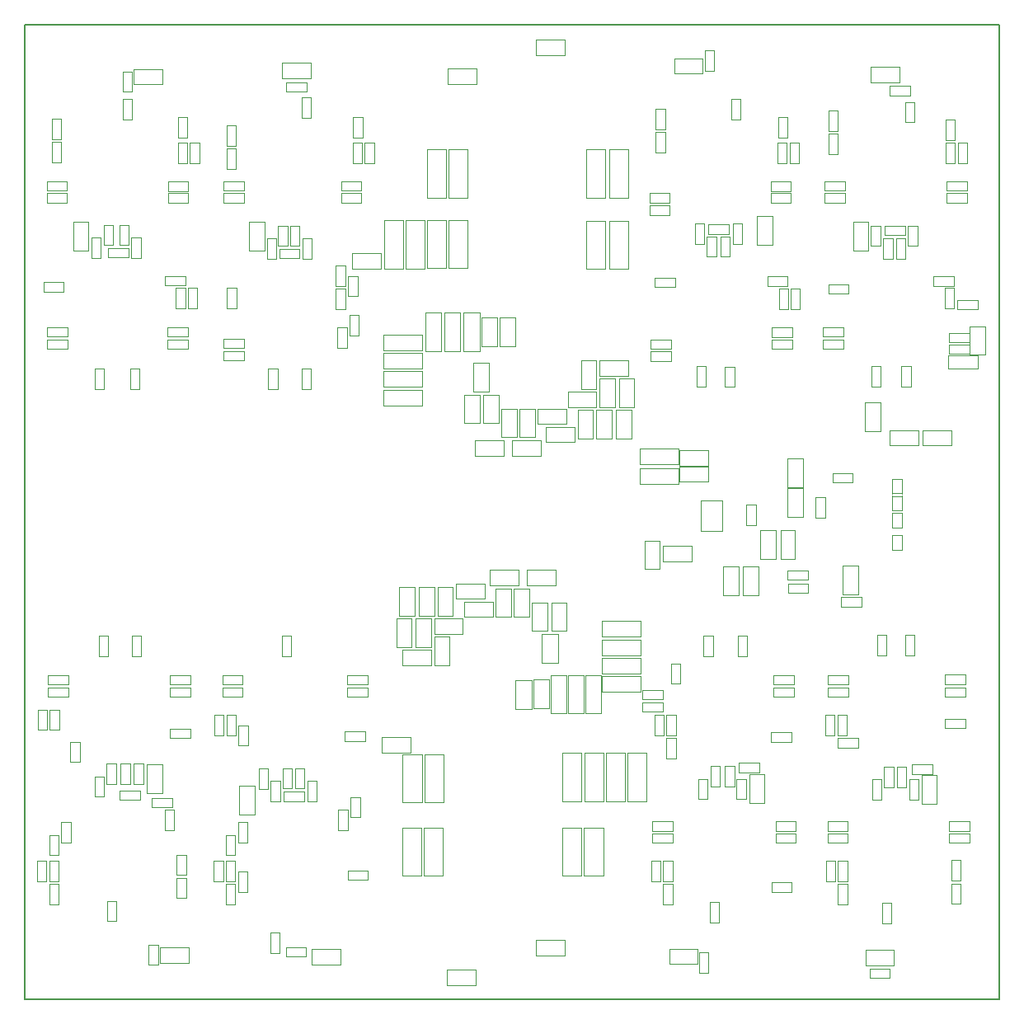
<source format=gbr>
G04 (created by PCBNEW (2013-05-16 BZR 4016)-stable) date 18. 1. 2014 1:37:03*
%MOIN*%
G04 Gerber Fmt 3.4, Leading zero omitted, Abs format*
%FSLAX34Y34*%
G01*
G70*
G90*
G04 APERTURE LIST*
%ADD10C,0.00590551*%
%ADD11C,0.002*%
G04 APERTURE END LIST*
G54D10*
X38779Y-61023D02*
X78149Y-61023D01*
X78149Y-61023D02*
X78149Y-21653D01*
X78149Y-21653D02*
X38779Y-21653D01*
X38779Y-21653D02*
X38779Y-61023D01*
G54D11*
X61464Y-28624D02*
X61464Y-26678D01*
X62238Y-26678D02*
X62238Y-28624D01*
X62238Y-28624D02*
X61464Y-28624D01*
X61464Y-26678D02*
X62238Y-26678D01*
X62389Y-28624D02*
X62389Y-26678D01*
X63163Y-26678D02*
X63163Y-28624D01*
X63163Y-28624D02*
X62389Y-28624D01*
X62389Y-26678D02*
X63163Y-26678D01*
X55892Y-28630D02*
X55892Y-26684D01*
X56666Y-26684D02*
X56666Y-28630D01*
X56666Y-28630D02*
X55892Y-28630D01*
X55892Y-26684D02*
X56666Y-26684D01*
X55026Y-28630D02*
X55026Y-26684D01*
X55800Y-26684D02*
X55800Y-28630D01*
X55800Y-28630D02*
X55026Y-28630D01*
X55026Y-26684D02*
X55800Y-26684D01*
X54933Y-29543D02*
X54933Y-31489D01*
X54159Y-31489D02*
X54159Y-29543D01*
X54159Y-29543D02*
X54933Y-29543D01*
X54933Y-31489D02*
X54159Y-31489D01*
X54067Y-29543D02*
X54067Y-31489D01*
X53293Y-31489D02*
X53293Y-29543D01*
X53293Y-29543D02*
X54067Y-29543D01*
X54067Y-31489D02*
X53293Y-31489D01*
X63138Y-53032D02*
X63138Y-51086D01*
X63912Y-51086D02*
X63912Y-53032D01*
X63912Y-53032D02*
X63138Y-53032D01*
X63138Y-51086D02*
X63912Y-51086D01*
X62255Y-53029D02*
X62255Y-51083D01*
X63029Y-51083D02*
X63029Y-53029D01*
X63029Y-53029D02*
X62255Y-53029D01*
X62255Y-51083D02*
X63029Y-51083D01*
X55680Y-54100D02*
X55680Y-56046D01*
X54906Y-56046D02*
X54906Y-54100D01*
X54906Y-54100D02*
X55680Y-54100D01*
X55680Y-56046D02*
X54906Y-56046D01*
X54803Y-54099D02*
X54803Y-56045D01*
X54029Y-56045D02*
X54029Y-54099D01*
X54029Y-54099D02*
X54803Y-54099D01*
X54803Y-56045D02*
X54029Y-56045D01*
X61269Y-54093D02*
X61269Y-56039D01*
X60495Y-56039D02*
X60495Y-54093D01*
X60495Y-54093D02*
X61269Y-54093D01*
X61269Y-56039D02*
X60495Y-56039D01*
X62151Y-54095D02*
X62151Y-56041D01*
X61377Y-56041D02*
X61377Y-54095D01*
X61377Y-54095D02*
X62151Y-54095D01*
X62151Y-56041D02*
X61377Y-56041D01*
X60227Y-44314D02*
X59069Y-44314D01*
X59069Y-44314D02*
X59069Y-43677D01*
X59078Y-43677D02*
X60236Y-43677D01*
X60236Y-43677D02*
X60236Y-44314D01*
X53906Y-45525D02*
X53906Y-44367D01*
X53906Y-44367D02*
X54543Y-44367D01*
X54543Y-44376D02*
X54543Y-45534D01*
X54543Y-45534D02*
X53906Y-45534D01*
X60316Y-46267D02*
X60316Y-47425D01*
X60316Y-47425D02*
X59679Y-47425D01*
X59679Y-47415D02*
X59679Y-46257D01*
X59679Y-46257D02*
X60316Y-46257D01*
X55336Y-44377D02*
X55336Y-45535D01*
X55336Y-45535D02*
X54699Y-45535D01*
X54699Y-45525D02*
X54699Y-44367D01*
X54699Y-44367D02*
X55336Y-44367D01*
X55197Y-47554D02*
X54039Y-47554D01*
X54039Y-47554D02*
X54039Y-46917D01*
X54048Y-46917D02*
X55206Y-46917D01*
X55206Y-46917D02*
X55206Y-47554D01*
X55196Y-45657D02*
X55196Y-46815D01*
X55196Y-46815D02*
X54559Y-46815D01*
X54559Y-46805D02*
X54559Y-45647D01*
X54559Y-45647D02*
X55196Y-45647D01*
X60049Y-46155D02*
X60049Y-44997D01*
X60049Y-44997D02*
X60666Y-44997D01*
X60666Y-44997D02*
X60666Y-46155D01*
X60666Y-46155D02*
X60049Y-46155D01*
X56076Y-44367D02*
X56076Y-45525D01*
X56076Y-45525D02*
X55459Y-45525D01*
X55459Y-45525D02*
X55459Y-44367D01*
X55459Y-44367D02*
X56076Y-44367D01*
X59886Y-44997D02*
X59886Y-46155D01*
X59886Y-46155D02*
X59269Y-46155D01*
X59269Y-46155D02*
X59269Y-44997D01*
X59269Y-44997D02*
X59886Y-44997D01*
X55319Y-45647D02*
X56477Y-45647D01*
X56477Y-45647D02*
X56477Y-46264D01*
X56477Y-46264D02*
X55319Y-46264D01*
X55319Y-46264D02*
X55319Y-45647D01*
X56529Y-44967D02*
X57687Y-44967D01*
X57687Y-44967D02*
X57687Y-45584D01*
X57687Y-45584D02*
X56529Y-45584D01*
X56529Y-45584D02*
X56529Y-44967D01*
X55946Y-46377D02*
X55946Y-47535D01*
X55946Y-47535D02*
X55329Y-47535D01*
X55329Y-47535D02*
X55329Y-46377D01*
X55329Y-46377D02*
X55946Y-46377D01*
X57569Y-43687D02*
X58727Y-43687D01*
X58727Y-43687D02*
X58727Y-44304D01*
X58727Y-44304D02*
X57569Y-44304D01*
X57569Y-44304D02*
X57569Y-43687D01*
X54408Y-45655D02*
X54408Y-46813D01*
X54408Y-46813D02*
X53791Y-46813D01*
X53791Y-46813D02*
X53791Y-45655D01*
X53791Y-45655D02*
X54408Y-45655D01*
X58539Y-45585D02*
X58539Y-44427D01*
X58539Y-44427D02*
X59156Y-44427D01*
X59156Y-44427D02*
X59156Y-45585D01*
X59156Y-45585D02*
X58539Y-45585D01*
X58426Y-44427D02*
X58426Y-45585D01*
X58426Y-45585D02*
X57809Y-45585D01*
X57809Y-45585D02*
X57809Y-44427D01*
X57809Y-44427D02*
X58426Y-44427D01*
X55800Y-29538D02*
X55800Y-31484D01*
X55026Y-31484D02*
X55026Y-29538D01*
X55026Y-29538D02*
X55800Y-29538D01*
X55800Y-31484D02*
X55026Y-31484D01*
X59441Y-22231D02*
X60599Y-22231D01*
X60599Y-22231D02*
X60599Y-22868D01*
X60589Y-22868D02*
X59431Y-22868D01*
X59431Y-22868D02*
X59431Y-22231D01*
X56666Y-29538D02*
X56666Y-31484D01*
X55892Y-31484D02*
X55892Y-29538D01*
X55892Y-29538D02*
X56666Y-29538D01*
X56666Y-31484D02*
X55892Y-31484D01*
X62237Y-29558D02*
X62237Y-31504D01*
X61463Y-31504D02*
X61463Y-29558D01*
X61463Y-29558D02*
X62237Y-29558D01*
X62237Y-31504D02*
X61463Y-31504D01*
X63162Y-29558D02*
X63162Y-31504D01*
X62388Y-31504D02*
X62388Y-29558D01*
X62388Y-29558D02*
X63162Y-29558D01*
X63162Y-31504D02*
X62388Y-31504D01*
X60498Y-53029D02*
X60498Y-51083D01*
X61272Y-51083D02*
X61272Y-53029D01*
X61272Y-53029D02*
X60498Y-53029D01*
X60498Y-51083D02*
X61272Y-51083D01*
X61381Y-53032D02*
X61381Y-51086D01*
X62155Y-51086D02*
X62155Y-53032D01*
X62155Y-53032D02*
X61381Y-53032D01*
X61381Y-51086D02*
X62155Y-51086D01*
X54920Y-53081D02*
X54920Y-51135D01*
X55694Y-51135D02*
X55694Y-53081D01*
X55694Y-53081D02*
X54920Y-53081D01*
X54920Y-51135D02*
X55694Y-51135D01*
X54042Y-53079D02*
X54042Y-51133D01*
X54816Y-51133D02*
X54816Y-53079D01*
X54816Y-53079D02*
X54042Y-53079D01*
X54042Y-51133D02*
X54816Y-51133D01*
X74215Y-41377D02*
X74215Y-41968D01*
X74215Y-41966D02*
X73835Y-41966D01*
X73835Y-41968D02*
X73835Y-41377D01*
X73835Y-41379D02*
X74215Y-41379D01*
X74215Y-40688D02*
X74215Y-41279D01*
X74215Y-41277D02*
X73835Y-41277D01*
X73835Y-41279D02*
X73835Y-40688D01*
X73835Y-40690D02*
X74215Y-40690D01*
X74225Y-42283D02*
X74225Y-42874D01*
X74225Y-42872D02*
X73845Y-42872D01*
X73845Y-42874D02*
X73845Y-42283D01*
X73845Y-42285D02*
X74225Y-42285D01*
X74215Y-40000D02*
X74215Y-40590D01*
X74215Y-40588D02*
X73835Y-40588D01*
X73835Y-40590D02*
X73835Y-40000D01*
X73835Y-40001D02*
X74215Y-40001D01*
X69894Y-42058D02*
X69894Y-43216D01*
X69894Y-43226D02*
X69337Y-43226D01*
X69337Y-43226D02*
X69337Y-42068D01*
X69337Y-42058D02*
X69894Y-42058D01*
X76113Y-34996D02*
X77271Y-34996D01*
X77281Y-34996D02*
X77281Y-35554D01*
X77281Y-35554D02*
X76123Y-35554D01*
X76113Y-35554D02*
X76113Y-34996D01*
X66099Y-42114D02*
X66099Y-40857D01*
X66099Y-40857D02*
X66951Y-40857D01*
X66951Y-40867D02*
X66951Y-42104D01*
X66951Y-42114D02*
X66099Y-42114D01*
X44338Y-24048D02*
X43180Y-24048D01*
X43180Y-24048D02*
X43180Y-23431D01*
X43180Y-23431D02*
X44338Y-23431D01*
X44338Y-23431D02*
X44338Y-24048D01*
X50332Y-23802D02*
X49174Y-23802D01*
X49174Y-23802D02*
X49174Y-23185D01*
X49174Y-23185D02*
X50332Y-23185D01*
X50332Y-23185D02*
X50332Y-23802D01*
X48448Y-29617D02*
X48448Y-30775D01*
X48448Y-30775D02*
X47831Y-30775D01*
X47831Y-30775D02*
X47831Y-29617D01*
X47831Y-29617D02*
X48448Y-29617D01*
X41331Y-29598D02*
X41331Y-30756D01*
X41331Y-30756D02*
X40715Y-30756D01*
X40715Y-30756D02*
X40715Y-29598D01*
X40715Y-29598D02*
X41331Y-29598D01*
X43707Y-52695D02*
X43707Y-51537D01*
X43707Y-51537D02*
X44324Y-51537D01*
X44324Y-51537D02*
X44324Y-52695D01*
X44324Y-52695D02*
X43707Y-52695D01*
X47437Y-53571D02*
X47437Y-52413D01*
X47437Y-52413D02*
X48054Y-52413D01*
X48054Y-52413D02*
X48054Y-53571D01*
X48054Y-53571D02*
X47437Y-53571D01*
X45391Y-59570D02*
X44233Y-59570D01*
X44233Y-59570D02*
X44233Y-58953D01*
X44233Y-58953D02*
X45391Y-58953D01*
X45391Y-58953D02*
X45391Y-59570D01*
X51523Y-59629D02*
X50365Y-59629D01*
X50365Y-59629D02*
X50365Y-59012D01*
X50365Y-59012D02*
X51523Y-59012D01*
X51523Y-59012D02*
X51523Y-59629D01*
X64814Y-58992D02*
X65972Y-58992D01*
X65972Y-58992D02*
X65972Y-59609D01*
X65972Y-59609D02*
X64814Y-59609D01*
X64814Y-59609D02*
X64814Y-58992D01*
X72747Y-59051D02*
X73905Y-59051D01*
X73905Y-59051D02*
X73905Y-59668D01*
X73905Y-59668D02*
X72747Y-59668D01*
X72747Y-59668D02*
X72747Y-59051D01*
X68057Y-53108D02*
X68057Y-51950D01*
X68057Y-51950D02*
X68674Y-51950D01*
X68674Y-51950D02*
X68674Y-53108D01*
X68674Y-53108D02*
X68057Y-53108D01*
X75016Y-53138D02*
X75016Y-51980D01*
X75016Y-51980D02*
X75633Y-51980D01*
X75633Y-51980D02*
X75633Y-53138D01*
X75633Y-53138D02*
X75016Y-53138D01*
X68989Y-29381D02*
X68989Y-30539D01*
X68989Y-30539D02*
X68372Y-30539D01*
X68372Y-30539D02*
X68372Y-29381D01*
X68372Y-29381D02*
X68989Y-29381D01*
X72867Y-29598D02*
X72867Y-30756D01*
X72867Y-30756D02*
X72250Y-30756D01*
X72250Y-30756D02*
X72250Y-29598D01*
X72250Y-29598D02*
X72867Y-29598D01*
X65021Y-22998D02*
X66179Y-22998D01*
X66179Y-22998D02*
X66179Y-23615D01*
X66179Y-23615D02*
X65021Y-23615D01*
X65021Y-23615D02*
X65021Y-22998D01*
X72974Y-23353D02*
X74132Y-23353D01*
X74132Y-23353D02*
X74132Y-23969D01*
X74132Y-23969D02*
X72974Y-23969D01*
X72974Y-23969D02*
X72974Y-23353D01*
X58613Y-49281D02*
X58613Y-48123D01*
X58613Y-48123D02*
X59250Y-48123D01*
X59250Y-48132D02*
X59250Y-49290D01*
X59250Y-49290D02*
X58613Y-49290D01*
X57240Y-34634D02*
X57240Y-33476D01*
X57240Y-33476D02*
X57877Y-33476D01*
X57877Y-33485D02*
X57877Y-34643D01*
X57877Y-34643D02*
X57240Y-34643D01*
X58588Y-33486D02*
X58588Y-34644D01*
X58588Y-34644D02*
X57951Y-34644D01*
X57951Y-34634D02*
X57951Y-33476D01*
X57951Y-33476D02*
X58588Y-33476D01*
X57029Y-24038D02*
X55871Y-24038D01*
X55871Y-24038D02*
X55871Y-23401D01*
X55880Y-23401D02*
X57038Y-23401D01*
X57038Y-23401D02*
X57038Y-24038D01*
X56989Y-60463D02*
X55831Y-60463D01*
X55831Y-60463D02*
X55831Y-59826D01*
X55840Y-59826D02*
X56998Y-59826D01*
X56998Y-59826D02*
X56998Y-60463D01*
X59441Y-58641D02*
X60599Y-58641D01*
X60599Y-58641D02*
X60599Y-59278D01*
X60589Y-59278D02*
X59431Y-59278D01*
X59431Y-59278D02*
X59431Y-58641D01*
X66386Y-39491D02*
X65228Y-39491D01*
X65228Y-39491D02*
X65228Y-38855D01*
X65237Y-38855D02*
X66395Y-38855D01*
X66395Y-38855D02*
X66395Y-39491D01*
X66386Y-40101D02*
X65228Y-40101D01*
X65228Y-40101D02*
X65228Y-39465D01*
X65237Y-39465D02*
X66395Y-39465D01*
X66395Y-39465D02*
X66395Y-40101D01*
X64578Y-42693D02*
X65736Y-42693D01*
X65736Y-42693D02*
X65736Y-43329D01*
X65726Y-43329D02*
X64568Y-43329D01*
X64568Y-43329D02*
X64568Y-42693D01*
X59958Y-48127D02*
X59958Y-49285D01*
X59958Y-49285D02*
X59321Y-49285D01*
X59321Y-49275D02*
X59321Y-48117D01*
X59321Y-48117D02*
X59958Y-48117D01*
X52011Y-30871D02*
X53169Y-30871D01*
X53169Y-30871D02*
X53169Y-31508D01*
X53159Y-31508D02*
X52001Y-31508D01*
X52001Y-31508D02*
X52001Y-30871D01*
X63633Y-39563D02*
X65185Y-39563D01*
X65185Y-40199D02*
X63633Y-40199D01*
X63633Y-40199D02*
X63633Y-39563D01*
X65185Y-39563D02*
X65185Y-40199D01*
X63633Y-38756D02*
X65185Y-38756D01*
X65185Y-39392D02*
X63633Y-39392D01*
X63633Y-39392D02*
X63633Y-38756D01*
X65185Y-38756D02*
X65185Y-39392D01*
X60665Y-47923D02*
X60665Y-49475D01*
X60028Y-49475D02*
X60028Y-47923D01*
X60028Y-47923D02*
X60665Y-47923D01*
X60665Y-49475D02*
X60028Y-49475D01*
X61372Y-47923D02*
X61372Y-49475D01*
X60735Y-49475D02*
X60735Y-47923D01*
X60735Y-47923D02*
X61372Y-47923D01*
X61372Y-49475D02*
X60735Y-49475D01*
X62072Y-47923D02*
X62072Y-49475D01*
X61435Y-49475D02*
X61435Y-47923D01*
X61435Y-47923D02*
X62072Y-47923D01*
X62072Y-49475D02*
X61435Y-49475D01*
X62104Y-47971D02*
X63656Y-47971D01*
X63656Y-48608D02*
X62104Y-48608D01*
X62104Y-48608D02*
X62104Y-47971D01*
X63656Y-47971D02*
X63656Y-48608D01*
X62105Y-47225D02*
X63657Y-47225D01*
X63657Y-47862D02*
X62105Y-47862D01*
X62105Y-47862D02*
X62105Y-47225D01*
X63657Y-47225D02*
X63657Y-47862D01*
X56511Y-34836D02*
X56511Y-33284D01*
X57148Y-33284D02*
X57148Y-34836D01*
X57148Y-34836D02*
X56511Y-34836D01*
X56511Y-33284D02*
X57148Y-33284D01*
X55741Y-34836D02*
X55741Y-33284D01*
X56378Y-33284D02*
X56378Y-34836D01*
X56378Y-34836D02*
X55741Y-34836D01*
X55741Y-33284D02*
X56378Y-33284D01*
X54971Y-34836D02*
X54971Y-33284D01*
X55608Y-33284D02*
X55608Y-34836D01*
X55608Y-34836D02*
X54971Y-34836D01*
X54971Y-33284D02*
X55608Y-33284D01*
X54831Y-34806D02*
X53279Y-34806D01*
X53279Y-34170D02*
X54831Y-34170D01*
X54831Y-34170D02*
X54831Y-34806D01*
X53279Y-34806D02*
X53279Y-34170D01*
X54826Y-35548D02*
X53274Y-35548D01*
X53274Y-34911D02*
X54826Y-34911D01*
X54826Y-34911D02*
X54826Y-35548D01*
X53274Y-35548D02*
X53274Y-34911D01*
X68418Y-43535D02*
X68418Y-44693D01*
X68418Y-44693D02*
X67801Y-44693D01*
X67801Y-44693D02*
X67801Y-43535D01*
X67801Y-43535D02*
X68418Y-43535D01*
X67621Y-43535D02*
X67621Y-44693D01*
X67621Y-44693D02*
X67004Y-44693D01*
X67004Y-44693D02*
X67004Y-43535D01*
X67004Y-43535D02*
X67621Y-43535D01*
X72453Y-43515D02*
X72453Y-44673D01*
X72453Y-44673D02*
X71837Y-44673D01*
X71837Y-44673D02*
X71837Y-43515D01*
X71837Y-43515D02*
X72453Y-43515D01*
X68510Y-43226D02*
X68510Y-42068D01*
X68510Y-42068D02*
X69127Y-42068D01*
X69127Y-42068D02*
X69127Y-43226D01*
X69127Y-43226D02*
X68510Y-43226D01*
X76975Y-34988D02*
X76975Y-33830D01*
X76975Y-33830D02*
X77591Y-33830D01*
X77591Y-33830D02*
X77591Y-34988D01*
X77591Y-34988D02*
X76975Y-34988D01*
X73359Y-36901D02*
X73359Y-38059D01*
X73359Y-38059D02*
X72742Y-38059D01*
X72742Y-38059D02*
X72742Y-36901D01*
X72742Y-36901D02*
X73359Y-36901D01*
X75070Y-38038D02*
X76228Y-38038D01*
X76228Y-38038D02*
X76228Y-38654D01*
X76228Y-38654D02*
X75070Y-38654D01*
X75070Y-38654D02*
X75070Y-38038D01*
X74890Y-38654D02*
X73732Y-38654D01*
X73732Y-38654D02*
X73732Y-38038D01*
X73732Y-38038D02*
X74890Y-38038D01*
X74890Y-38038D02*
X74890Y-38654D01*
X70219Y-39184D02*
X70219Y-40342D01*
X70219Y-40342D02*
X69603Y-40342D01*
X69603Y-40342D02*
X69603Y-39184D01*
X69603Y-39184D02*
X70219Y-39184D01*
X70219Y-40385D02*
X70219Y-41543D01*
X70219Y-41543D02*
X69603Y-41543D01*
X69603Y-41543D02*
X69603Y-40385D01*
X69603Y-40385D02*
X70219Y-40385D01*
X64442Y-42491D02*
X64442Y-43649D01*
X64442Y-43649D02*
X63825Y-43649D01*
X63825Y-43649D02*
X63825Y-42491D01*
X63825Y-42491D02*
X64442Y-42491D01*
X71119Y-40745D02*
X71119Y-41568D01*
X71119Y-41568D02*
X70739Y-41568D01*
X70739Y-41568D02*
X70739Y-40745D01*
X70739Y-40745D02*
X71119Y-40745D01*
X71773Y-44780D02*
X72596Y-44780D01*
X72596Y-44780D02*
X72596Y-45160D01*
X72596Y-45160D02*
X71773Y-45160D01*
X71773Y-45160D02*
X71773Y-44780D01*
X69617Y-44239D02*
X70441Y-44239D01*
X70441Y-44239D02*
X70441Y-44619D01*
X70441Y-44619D02*
X69617Y-44619D01*
X69617Y-44619D02*
X69617Y-44239D01*
X43556Y-51507D02*
X43556Y-52330D01*
X43556Y-52330D02*
X43176Y-52330D01*
X43176Y-52330D02*
X43176Y-51507D01*
X43176Y-51507D02*
X43556Y-51507D01*
X49233Y-52644D02*
X50057Y-52644D01*
X50057Y-52644D02*
X50057Y-53024D01*
X50057Y-53024D02*
X49233Y-53024D01*
X49233Y-53024D02*
X49233Y-52644D01*
X44156Y-58830D02*
X44156Y-59653D01*
X44156Y-59653D02*
X43776Y-59653D01*
X43776Y-59653D02*
X43776Y-58830D01*
X43776Y-58830D02*
X44156Y-58830D01*
X50145Y-59314D02*
X49322Y-59314D01*
X49322Y-59314D02*
X49322Y-58934D01*
X49322Y-58934D02*
X50145Y-58934D01*
X50145Y-58934D02*
X50145Y-59314D01*
X68462Y-51863D02*
X67639Y-51863D01*
X67639Y-51863D02*
X67639Y-51483D01*
X67639Y-51483D02*
X68462Y-51483D01*
X68462Y-51483D02*
X68462Y-51863D01*
X75460Y-51922D02*
X74637Y-51922D01*
X74637Y-51922D02*
X74637Y-51542D01*
X74637Y-51542D02*
X75460Y-51542D01*
X75460Y-51542D02*
X75460Y-51922D01*
X66410Y-59155D02*
X66410Y-59978D01*
X66410Y-59978D02*
X66030Y-59978D01*
X66030Y-59978D02*
X66030Y-59155D01*
X66030Y-59155D02*
X66410Y-59155D01*
X73738Y-60170D02*
X72915Y-60170D01*
X72915Y-60170D02*
X72915Y-59790D01*
X72915Y-59790D02*
X73738Y-59790D01*
X73738Y-59790D02*
X73738Y-60170D01*
X73525Y-29770D02*
X74348Y-29770D01*
X74348Y-29770D02*
X74348Y-30150D01*
X74348Y-30150D02*
X73525Y-30150D01*
X73525Y-30150D02*
X73525Y-29770D01*
X67222Y-30091D02*
X66399Y-30091D01*
X66399Y-30091D02*
X66399Y-29711D01*
X66399Y-29711D02*
X67222Y-29711D01*
X67222Y-29711D02*
X67222Y-30091D01*
X73732Y-24111D02*
X74555Y-24111D01*
X74555Y-24111D02*
X74555Y-24491D01*
X74555Y-24491D02*
X73732Y-24491D01*
X73732Y-24491D02*
X73732Y-24111D01*
X66266Y-23512D02*
X66266Y-22688D01*
X66266Y-22688D02*
X66646Y-22688D01*
X66646Y-22688D02*
X66646Y-23512D01*
X66646Y-23512D02*
X66266Y-23512D01*
X49880Y-31075D02*
X49056Y-31075D01*
X49056Y-31075D02*
X49056Y-30695D01*
X49056Y-30695D02*
X49880Y-30695D01*
X49880Y-30695D02*
X49880Y-31075D01*
X42127Y-30656D02*
X42951Y-30656D01*
X42951Y-30656D02*
X42951Y-31036D01*
X42951Y-31036D02*
X42127Y-31036D01*
X42127Y-31036D02*
X42127Y-30656D01*
X49332Y-23963D02*
X50155Y-23963D01*
X50155Y-23963D02*
X50155Y-24343D01*
X50155Y-24343D02*
X49332Y-24343D01*
X49332Y-24343D02*
X49332Y-23963D01*
X43103Y-23525D02*
X43103Y-24348D01*
X43103Y-24348D02*
X42723Y-24348D01*
X42723Y-24348D02*
X42723Y-23525D01*
X42723Y-23525D02*
X43103Y-23525D01*
X68319Y-41045D02*
X68319Y-41868D01*
X68319Y-41868D02*
X67939Y-41868D01*
X67939Y-41868D02*
X67939Y-41045D01*
X67939Y-41045D02*
X68319Y-41045D01*
X71417Y-39773D02*
X72240Y-39773D01*
X72240Y-39773D02*
X72240Y-40153D01*
X72240Y-40153D02*
X71417Y-40153D01*
X71417Y-40153D02*
X71417Y-39773D01*
X41758Y-47163D02*
X41758Y-46340D01*
X41758Y-46340D02*
X42138Y-46340D01*
X42138Y-46340D02*
X42138Y-47163D01*
X42138Y-47163D02*
X41758Y-47163D01*
X40987Y-50631D02*
X40987Y-51454D01*
X40987Y-51454D02*
X40607Y-51454D01*
X40607Y-51454D02*
X40607Y-50631D01*
X40607Y-50631D02*
X40987Y-50631D01*
X40529Y-48812D02*
X39706Y-48812D01*
X39706Y-48812D02*
X39706Y-48432D01*
X39706Y-48432D02*
X40529Y-48432D01*
X40529Y-48432D02*
X40529Y-48812D01*
X43423Y-52975D02*
X42600Y-52975D01*
X42600Y-52975D02*
X42600Y-52595D01*
X42600Y-52595D02*
X43423Y-52595D01*
X43423Y-52595D02*
X43423Y-52975D01*
X44627Y-48432D02*
X45451Y-48432D01*
X45451Y-48432D02*
X45451Y-48812D01*
X45451Y-48812D02*
X44627Y-48812D01*
X44627Y-48812D02*
X44627Y-48432D01*
X44627Y-50105D02*
X45451Y-50105D01*
X45451Y-50105D02*
X45451Y-50485D01*
X45451Y-50485D02*
X44627Y-50485D01*
X44627Y-50485D02*
X44627Y-50105D01*
X43024Y-51517D02*
X43024Y-52340D01*
X43024Y-52340D02*
X42644Y-52340D01*
X42644Y-52340D02*
X42644Y-51517D01*
X42644Y-51517D02*
X43024Y-51517D01*
X42453Y-51517D02*
X42453Y-52340D01*
X42453Y-52340D02*
X42073Y-52340D01*
X42073Y-52340D02*
X42073Y-51517D01*
X42073Y-51517D02*
X42453Y-51517D01*
X40160Y-49322D02*
X40160Y-50145D01*
X40160Y-50145D02*
X39780Y-50145D01*
X39780Y-50145D02*
X39780Y-49322D01*
X39780Y-49322D02*
X40160Y-49322D01*
X40529Y-48319D02*
X39706Y-48319D01*
X39706Y-48319D02*
X39706Y-47939D01*
X39706Y-47939D02*
X40529Y-47939D01*
X40529Y-47939D02*
X40529Y-48319D01*
X44627Y-47939D02*
X45451Y-47939D01*
X45451Y-47939D02*
X45451Y-48319D01*
X45451Y-48319D02*
X44627Y-48319D01*
X44627Y-48319D02*
X44627Y-47939D01*
X51704Y-50213D02*
X52527Y-50213D01*
X52527Y-50213D02*
X52527Y-50593D01*
X52527Y-50593D02*
X51704Y-50593D01*
X51704Y-50593D02*
X51704Y-50213D01*
X47577Y-48812D02*
X46753Y-48812D01*
X46753Y-48812D02*
X46753Y-48432D01*
X46753Y-48432D02*
X47577Y-48432D01*
X47577Y-48432D02*
X47577Y-48812D01*
X48595Y-51704D02*
X48595Y-52527D01*
X48595Y-52527D02*
X48215Y-52527D01*
X48215Y-52527D02*
X48215Y-51704D01*
X48215Y-51704D02*
X48595Y-51704D01*
X49160Y-47163D02*
X49160Y-46340D01*
X49160Y-46340D02*
X49540Y-46340D01*
X49540Y-46340D02*
X49540Y-47163D01*
X49540Y-47163D02*
X49160Y-47163D01*
X51812Y-48432D02*
X52636Y-48432D01*
X52636Y-48432D02*
X52636Y-48812D01*
X52636Y-48812D02*
X51812Y-48812D01*
X51812Y-48812D02*
X51812Y-48432D01*
X47788Y-49962D02*
X47788Y-50785D01*
X47788Y-50785D02*
X47408Y-50785D01*
X47408Y-50785D02*
X47408Y-49962D01*
X47408Y-49962D02*
X47788Y-49962D01*
X50071Y-51694D02*
X50071Y-52517D01*
X50071Y-52517D02*
X49691Y-52517D01*
X49691Y-52517D02*
X49691Y-51694D01*
X49691Y-51694D02*
X50071Y-51694D01*
X49579Y-51694D02*
X49579Y-52517D01*
X49579Y-52517D02*
X49199Y-52517D01*
X49199Y-52517D02*
X49199Y-51694D01*
X49199Y-51694D02*
X49579Y-51694D01*
X47296Y-49548D02*
X47296Y-50372D01*
X47296Y-50372D02*
X46916Y-50372D01*
X46916Y-50372D02*
X46916Y-49548D01*
X46916Y-49548D02*
X47296Y-49548D01*
X47577Y-48319D02*
X46753Y-48319D01*
X46753Y-48319D02*
X46753Y-47939D01*
X46753Y-47939D02*
X47577Y-47939D01*
X47577Y-47939D02*
X47577Y-48319D01*
X51812Y-47939D02*
X52636Y-47939D01*
X52636Y-47939D02*
X52636Y-48319D01*
X52636Y-48319D02*
X51812Y-48319D01*
X51812Y-48319D02*
X51812Y-47939D01*
X42473Y-57058D02*
X42473Y-57882D01*
X42473Y-57882D02*
X42093Y-57882D01*
X42093Y-57882D02*
X42093Y-57058D01*
X42093Y-57058D02*
X42473Y-57058D01*
X39750Y-57203D02*
X39750Y-56379D01*
X39750Y-56379D02*
X40130Y-56379D01*
X40130Y-56379D02*
X40130Y-57203D01*
X40130Y-57203D02*
X39750Y-57203D01*
X39750Y-55214D02*
X39750Y-54391D01*
X39750Y-54391D02*
X40130Y-54391D01*
X40130Y-54391D02*
X40130Y-55214D01*
X40130Y-55214D02*
X39750Y-55214D01*
X41581Y-52852D02*
X41581Y-52029D01*
X41581Y-52029D02*
X41961Y-52029D01*
X41961Y-52029D02*
X41961Y-52852D01*
X41961Y-52852D02*
X41581Y-52852D01*
X43909Y-52890D02*
X44732Y-52890D01*
X44732Y-52890D02*
X44732Y-53270D01*
X44732Y-53270D02*
X43909Y-53270D01*
X43909Y-53270D02*
X43909Y-52890D01*
X43097Y-47163D02*
X43097Y-46340D01*
X43097Y-46340D02*
X43477Y-46340D01*
X43477Y-46340D02*
X43477Y-47163D01*
X43477Y-47163D02*
X43097Y-47163D01*
X44908Y-56947D02*
X44908Y-56123D01*
X44908Y-56123D02*
X45288Y-56123D01*
X45288Y-56123D02*
X45288Y-56947D01*
X45288Y-56947D02*
X44908Y-56947D01*
X45288Y-55198D02*
X45288Y-56021D01*
X45288Y-56021D02*
X44908Y-56021D01*
X44908Y-56021D02*
X44908Y-55198D01*
X44908Y-55198D02*
X45288Y-55198D01*
X40130Y-55454D02*
X40130Y-56277D01*
X40130Y-56277D02*
X39750Y-56277D01*
X39750Y-56277D02*
X39750Y-55454D01*
X39750Y-55454D02*
X40130Y-55454D01*
X40623Y-53879D02*
X40623Y-54703D01*
X40623Y-54703D02*
X40243Y-54703D01*
X40243Y-54703D02*
X40243Y-53879D01*
X40243Y-53879D02*
X40623Y-53879D01*
X44432Y-54191D02*
X44432Y-53367D01*
X44432Y-53367D02*
X44812Y-53367D01*
X44812Y-53367D02*
X44812Y-54191D01*
X44812Y-54191D02*
X44432Y-54191D01*
X51822Y-55823D02*
X52645Y-55823D01*
X52645Y-55823D02*
X52645Y-56203D01*
X52645Y-56203D02*
X51822Y-56203D01*
X51822Y-56203D02*
X51822Y-55823D01*
X46896Y-57203D02*
X46896Y-56379D01*
X46896Y-56379D02*
X47276Y-56379D01*
X47276Y-56379D02*
X47276Y-57203D01*
X47276Y-57203D02*
X46896Y-57203D01*
X46896Y-55214D02*
X46896Y-54391D01*
X46896Y-54391D02*
X47276Y-54391D01*
X47276Y-54391D02*
X47276Y-55214D01*
X47276Y-55214D02*
X46896Y-55214D01*
X50184Y-53029D02*
X50184Y-52206D01*
X50184Y-52206D02*
X50564Y-52206D01*
X50564Y-52206D02*
X50564Y-53029D01*
X50564Y-53029D02*
X50184Y-53029D01*
X52315Y-52856D02*
X52315Y-53679D01*
X52315Y-53679D02*
X51935Y-53679D01*
X51935Y-53679D02*
X51935Y-52856D01*
X51935Y-52856D02*
X52315Y-52856D01*
X47768Y-55867D02*
X47768Y-56691D01*
X47768Y-56691D02*
X47388Y-56691D01*
X47388Y-56691D02*
X47388Y-55867D01*
X47388Y-55867D02*
X47768Y-55867D01*
X48707Y-53029D02*
X48707Y-52206D01*
X48707Y-52206D02*
X49087Y-52206D01*
X49087Y-52206D02*
X49087Y-53029D01*
X49087Y-53029D02*
X48707Y-53029D01*
X49077Y-58338D02*
X49077Y-59161D01*
X49077Y-59161D02*
X48697Y-59161D01*
X48697Y-59161D02*
X48697Y-58338D01*
X48697Y-58338D02*
X49077Y-58338D01*
X47276Y-55454D02*
X47276Y-56277D01*
X47276Y-56277D02*
X46896Y-56277D01*
X46896Y-56277D02*
X46896Y-55454D01*
X46896Y-55454D02*
X47276Y-55454D01*
X47768Y-53879D02*
X47768Y-54703D01*
X47768Y-54703D02*
X47388Y-54703D01*
X47388Y-54703D02*
X47388Y-53879D01*
X47388Y-53879D02*
X47768Y-53879D01*
X51443Y-54191D02*
X51443Y-53367D01*
X51443Y-53367D02*
X51823Y-53367D01*
X51823Y-53367D02*
X51823Y-54191D01*
X51823Y-54191D02*
X51443Y-54191D01*
X67546Y-52951D02*
X67546Y-52127D01*
X67546Y-52127D02*
X67926Y-52127D01*
X67926Y-52127D02*
X67926Y-52951D01*
X67926Y-52951D02*
X67546Y-52951D01*
X64565Y-48910D02*
X63741Y-48910D01*
X63741Y-48910D02*
X63741Y-48530D01*
X63741Y-48530D02*
X64565Y-48530D01*
X64565Y-48530D02*
X64565Y-48910D01*
X67585Y-47163D02*
X67585Y-46340D01*
X67585Y-46340D02*
X67965Y-46340D01*
X67965Y-46340D02*
X67965Y-47163D01*
X67965Y-47163D02*
X67585Y-47163D01*
X66207Y-47163D02*
X66207Y-46340D01*
X66207Y-46340D02*
X66587Y-46340D01*
X66587Y-46340D02*
X66587Y-47163D01*
X66587Y-47163D02*
X66207Y-47163D01*
X69037Y-48432D02*
X69860Y-48432D01*
X69860Y-48432D02*
X69860Y-48812D01*
X69860Y-48812D02*
X69037Y-48812D01*
X69037Y-48812D02*
X69037Y-48432D01*
X64711Y-51297D02*
X64711Y-50474D01*
X64711Y-50474D02*
X65091Y-50474D01*
X65091Y-50474D02*
X65091Y-51297D01*
X65091Y-51297D02*
X64711Y-51297D01*
X67453Y-51615D02*
X67453Y-52439D01*
X67453Y-52439D02*
X67073Y-52439D01*
X67073Y-52439D02*
X67073Y-51615D01*
X67073Y-51615D02*
X67453Y-51615D01*
X66863Y-51615D02*
X66863Y-52439D01*
X66863Y-52439D02*
X66483Y-52439D01*
X66483Y-52439D02*
X66483Y-51615D01*
X66483Y-51615D02*
X66863Y-51615D01*
X65091Y-49548D02*
X65091Y-50372D01*
X65091Y-50372D02*
X64711Y-50372D01*
X64711Y-50372D02*
X64711Y-49548D01*
X64711Y-49548D02*
X65091Y-49548D01*
X64888Y-48285D02*
X64888Y-47462D01*
X64888Y-47462D02*
X65268Y-47462D01*
X65268Y-47462D02*
X65268Y-48285D01*
X65268Y-48285D02*
X64888Y-48285D01*
X69037Y-47939D02*
X69860Y-47939D01*
X69860Y-47939D02*
X69860Y-48319D01*
X69860Y-48319D02*
X69037Y-48319D01*
X69037Y-48319D02*
X69037Y-47939D01*
X74514Y-52970D02*
X74514Y-52147D01*
X74514Y-52147D02*
X74894Y-52147D01*
X74894Y-52147D02*
X74894Y-52970D01*
X74894Y-52970D02*
X74514Y-52970D01*
X74357Y-47143D02*
X74357Y-46320D01*
X74357Y-46320D02*
X74737Y-46320D01*
X74737Y-46320D02*
X74737Y-47143D01*
X74737Y-47143D02*
X74357Y-47143D01*
X72065Y-48812D02*
X71241Y-48812D01*
X71241Y-48812D02*
X71241Y-48432D01*
X71241Y-48432D02*
X72065Y-48432D01*
X72065Y-48432D02*
X72065Y-48812D01*
X73215Y-47143D02*
X73215Y-46320D01*
X73215Y-46320D02*
X73595Y-46320D01*
X73595Y-46320D02*
X73595Y-47143D01*
X73595Y-47143D02*
X73215Y-47143D01*
X75966Y-48432D02*
X76789Y-48432D01*
X76789Y-48432D02*
X76789Y-48812D01*
X76789Y-48812D02*
X75966Y-48812D01*
X75966Y-48812D02*
X75966Y-48432D01*
X72449Y-50859D02*
X71625Y-50859D01*
X71625Y-50859D02*
X71625Y-50479D01*
X71625Y-50479D02*
X72449Y-50479D01*
X72449Y-50479D02*
X72449Y-50859D01*
X74402Y-51635D02*
X74402Y-52458D01*
X74402Y-52458D02*
X74022Y-52458D01*
X74022Y-52458D02*
X74022Y-51635D01*
X74022Y-51635D02*
X74402Y-51635D01*
X73890Y-51635D02*
X73890Y-52458D01*
X73890Y-52458D02*
X73510Y-52458D01*
X73510Y-52458D02*
X73510Y-51635D01*
X73510Y-51635D02*
X73890Y-51635D01*
X72001Y-49548D02*
X72001Y-50372D01*
X72001Y-50372D02*
X71621Y-50372D01*
X71621Y-50372D02*
X71621Y-49548D01*
X71621Y-49548D02*
X72001Y-49548D01*
X72065Y-48319D02*
X71241Y-48319D01*
X71241Y-48319D02*
X71241Y-47939D01*
X71241Y-47939D02*
X72065Y-47939D01*
X72065Y-47939D02*
X72065Y-48319D01*
X75966Y-47920D02*
X76789Y-47920D01*
X76789Y-47920D02*
X76789Y-48300D01*
X76789Y-48300D02*
X75966Y-48300D01*
X75966Y-48300D02*
X75966Y-47920D01*
X68948Y-56315D02*
X69771Y-56315D01*
X69771Y-56315D02*
X69771Y-56695D01*
X69771Y-56695D02*
X68948Y-56695D01*
X68948Y-56695D02*
X68948Y-56315D01*
X64565Y-49402D02*
X63741Y-49402D01*
X63741Y-49402D02*
X63741Y-49022D01*
X63741Y-49022D02*
X64565Y-49022D01*
X64565Y-49022D02*
X64565Y-49402D01*
X64958Y-54717D02*
X64135Y-54717D01*
X64135Y-54717D02*
X64135Y-54337D01*
X64135Y-54337D02*
X64958Y-54337D01*
X64958Y-54337D02*
X64958Y-54717D01*
X65991Y-52951D02*
X65991Y-52127D01*
X65991Y-52127D02*
X66371Y-52127D01*
X66371Y-52127D02*
X66371Y-52951D01*
X66371Y-52951D02*
X65991Y-52951D01*
X69115Y-54337D02*
X69939Y-54337D01*
X69939Y-54337D02*
X69939Y-54717D01*
X69939Y-54717D02*
X69115Y-54717D01*
X69115Y-54717D02*
X69115Y-54337D01*
X64573Y-57203D02*
X64573Y-56379D01*
X64573Y-56379D02*
X64953Y-56379D01*
X64953Y-56379D02*
X64953Y-57203D01*
X64953Y-57203D02*
X64573Y-57203D01*
X68928Y-50252D02*
X69752Y-50252D01*
X69752Y-50252D02*
X69752Y-50632D01*
X69752Y-50632D02*
X68928Y-50632D01*
X68928Y-50632D02*
X68928Y-50252D01*
X66839Y-57119D02*
X66839Y-57943D01*
X66839Y-57943D02*
X66459Y-57943D01*
X66459Y-57943D02*
X66459Y-57119D01*
X66459Y-57119D02*
X66839Y-57119D01*
X64953Y-55454D02*
X64953Y-56277D01*
X64953Y-56277D02*
X64573Y-56277D01*
X64573Y-56277D02*
X64573Y-55454D01*
X64573Y-55454D02*
X64953Y-55454D01*
X64958Y-54225D02*
X64135Y-54225D01*
X64135Y-54225D02*
X64135Y-53845D01*
X64135Y-53845D02*
X64958Y-53845D01*
X64958Y-53845D02*
X64958Y-54225D01*
X69115Y-53845D02*
X69939Y-53845D01*
X69939Y-53845D02*
X69939Y-54225D01*
X69939Y-54225D02*
X69115Y-54225D01*
X69115Y-54225D02*
X69115Y-53845D01*
X73800Y-57135D02*
X73800Y-57958D01*
X73800Y-57958D02*
X73420Y-57958D01*
X73420Y-57958D02*
X73420Y-57135D01*
X73420Y-57135D02*
X73800Y-57135D01*
X76227Y-57183D02*
X76227Y-56359D01*
X76227Y-56359D02*
X76607Y-56359D01*
X76607Y-56359D02*
X76607Y-57183D01*
X76607Y-57183D02*
X76227Y-57183D01*
X72045Y-54717D02*
X71222Y-54717D01*
X71222Y-54717D02*
X71222Y-54337D01*
X71222Y-54337D02*
X72045Y-54337D01*
X72045Y-54337D02*
X72045Y-54717D01*
X73018Y-52970D02*
X73018Y-52147D01*
X73018Y-52147D02*
X73398Y-52147D01*
X73398Y-52147D02*
X73398Y-52970D01*
X73398Y-52970D02*
X73018Y-52970D01*
X76123Y-54337D02*
X76947Y-54337D01*
X76947Y-54337D02*
X76947Y-54717D01*
X76947Y-54717D02*
X76123Y-54717D01*
X76123Y-54717D02*
X76123Y-54337D01*
X71640Y-57203D02*
X71640Y-56379D01*
X71640Y-56379D02*
X72020Y-56379D01*
X72020Y-56379D02*
X72020Y-57203D01*
X72020Y-57203D02*
X71640Y-57203D01*
X76607Y-55415D02*
X76607Y-56238D01*
X76607Y-56238D02*
X76227Y-56238D01*
X76227Y-56238D02*
X76227Y-55415D01*
X76227Y-55415D02*
X76607Y-55415D01*
X75966Y-49691D02*
X76789Y-49691D01*
X76789Y-49691D02*
X76789Y-50071D01*
X76789Y-50071D02*
X75966Y-50071D01*
X75966Y-50071D02*
X75966Y-49691D01*
X72020Y-55454D02*
X72020Y-56277D01*
X72020Y-56277D02*
X71640Y-56277D01*
X71640Y-56277D02*
X71640Y-55454D01*
X71640Y-55454D02*
X72020Y-55454D01*
X72045Y-54225D02*
X71222Y-54225D01*
X71222Y-54225D02*
X71222Y-53845D01*
X71222Y-53845D02*
X72045Y-53845D01*
X72045Y-53845D02*
X72045Y-54225D01*
X76123Y-53845D02*
X76947Y-53845D01*
X76947Y-53845D02*
X76947Y-54225D01*
X76947Y-54225D02*
X76123Y-54225D01*
X76123Y-54225D02*
X76123Y-53845D01*
X73378Y-35454D02*
X73378Y-36277D01*
X73378Y-36277D02*
X72998Y-36277D01*
X72998Y-36277D02*
X72998Y-35454D01*
X72998Y-35454D02*
X73378Y-35454D01*
X76123Y-34091D02*
X76947Y-34091D01*
X76947Y-34091D02*
X76947Y-34471D01*
X76947Y-34471D02*
X76123Y-34471D01*
X76123Y-34471D02*
X76123Y-34091D01*
X67453Y-35458D02*
X67453Y-36281D01*
X67453Y-36281D02*
X67073Y-36281D01*
X67073Y-36281D02*
X67073Y-35458D01*
X67073Y-35458D02*
X67453Y-35458D01*
X74587Y-35438D02*
X74587Y-36262D01*
X74587Y-36262D02*
X74207Y-36262D01*
X74207Y-36262D02*
X74207Y-35438D01*
X74207Y-35438D02*
X74587Y-35438D01*
X71868Y-34245D02*
X71045Y-34245D01*
X71045Y-34245D02*
X71045Y-33865D01*
X71045Y-33865D02*
X71868Y-33865D01*
X71868Y-33865D02*
X71868Y-34245D01*
X73471Y-31100D02*
X73471Y-30277D01*
X73471Y-30277D02*
X73851Y-30277D01*
X73851Y-30277D02*
X73851Y-31100D01*
X73851Y-31100D02*
X73471Y-31100D01*
X73983Y-31100D02*
X73983Y-30277D01*
X73983Y-30277D02*
X74363Y-30277D01*
X74363Y-30277D02*
X74363Y-31100D01*
X74363Y-31100D02*
X73983Y-31100D01*
X75513Y-31817D02*
X76336Y-31817D01*
X76336Y-31817D02*
X76336Y-32197D01*
X76336Y-32197D02*
X75513Y-32197D01*
X75513Y-32197D02*
X75513Y-31817D01*
X75951Y-33108D02*
X75951Y-32285D01*
X75951Y-32285D02*
X76331Y-32285D01*
X76331Y-32285D02*
X76331Y-33108D01*
X76331Y-33108D02*
X75951Y-33108D01*
X76123Y-34573D02*
X76947Y-34573D01*
X76947Y-34573D02*
X76947Y-34953D01*
X76947Y-34953D02*
X76123Y-34953D01*
X76123Y-34953D02*
X76123Y-34573D01*
X71868Y-34737D02*
X71045Y-34737D01*
X71045Y-34737D02*
X71045Y-34357D01*
X71045Y-34357D02*
X71868Y-34357D01*
X71868Y-34357D02*
X71868Y-34737D01*
X68978Y-33884D02*
X69801Y-33884D01*
X69801Y-33884D02*
X69801Y-34264D01*
X69801Y-34264D02*
X68978Y-34264D01*
X68978Y-34264D02*
X68978Y-33884D01*
X65057Y-32237D02*
X64233Y-32237D01*
X64233Y-32237D02*
X64233Y-31857D01*
X64233Y-31857D02*
X65057Y-31857D01*
X65057Y-31857D02*
X65057Y-32237D01*
X66233Y-29686D02*
X66233Y-30510D01*
X66233Y-30510D02*
X65853Y-30510D01*
X65853Y-30510D02*
X65853Y-29686D01*
X65853Y-29686D02*
X66233Y-29686D01*
X68781Y-31817D02*
X69604Y-31817D01*
X69604Y-31817D02*
X69604Y-32197D01*
X69604Y-32197D02*
X68781Y-32197D01*
X68781Y-32197D02*
X68781Y-31817D01*
X64899Y-35229D02*
X64076Y-35229D01*
X64076Y-35229D02*
X64076Y-34849D01*
X64076Y-34849D02*
X64899Y-34849D01*
X64899Y-34849D02*
X64899Y-35229D01*
X66312Y-35454D02*
X66312Y-36277D01*
X66312Y-36277D02*
X65932Y-36277D01*
X65932Y-36277D02*
X65932Y-35454D01*
X65932Y-35454D02*
X66312Y-35454D01*
X66896Y-31021D02*
X66896Y-30198D01*
X66896Y-30198D02*
X67276Y-30198D01*
X67276Y-30198D02*
X67276Y-31021D01*
X67276Y-31021D02*
X66896Y-31021D01*
X66345Y-31021D02*
X66345Y-30198D01*
X66345Y-30198D02*
X66725Y-30198D01*
X66725Y-30198D02*
X66725Y-31021D01*
X66725Y-31021D02*
X66345Y-31021D01*
X69258Y-33128D02*
X69258Y-32304D01*
X69258Y-32304D02*
X69638Y-32304D01*
X69638Y-32304D02*
X69638Y-33128D01*
X69638Y-33128D02*
X69258Y-33128D01*
X68978Y-34357D02*
X69801Y-34357D01*
X69801Y-34357D02*
X69801Y-34737D01*
X69801Y-34737D02*
X68978Y-34737D01*
X68978Y-34737D02*
X68978Y-34357D01*
X64899Y-34737D02*
X64076Y-34737D01*
X64076Y-34737D02*
X64076Y-34357D01*
X64076Y-34357D02*
X64899Y-34357D01*
X64899Y-34357D02*
X64899Y-34737D01*
X71266Y-26868D02*
X71266Y-26045D01*
X71266Y-26045D02*
X71646Y-26045D01*
X71646Y-26045D02*
X71646Y-26868D01*
X71646Y-26868D02*
X71266Y-26868D01*
X76371Y-25474D02*
X76371Y-26297D01*
X76371Y-26297D02*
X75991Y-26297D01*
X75991Y-26297D02*
X75991Y-25474D01*
X75991Y-25474D02*
X76371Y-25474D01*
X76025Y-27959D02*
X76848Y-27959D01*
X76848Y-27959D02*
X76848Y-28339D01*
X76848Y-28339D02*
X76025Y-28339D01*
X76025Y-28339D02*
X76025Y-27959D01*
X74855Y-29765D02*
X74855Y-30588D01*
X74855Y-30588D02*
X74475Y-30588D01*
X74475Y-30588D02*
X74475Y-29765D01*
X74475Y-29765D02*
X74855Y-29765D01*
X71927Y-28339D02*
X71104Y-28339D01*
X71104Y-28339D02*
X71104Y-27959D01*
X71104Y-27959D02*
X71927Y-27959D01*
X71927Y-27959D02*
X71927Y-28339D01*
X71646Y-25119D02*
X71646Y-25943D01*
X71646Y-25943D02*
X71266Y-25943D01*
X71266Y-25943D02*
X71266Y-25119D01*
X71266Y-25119D02*
X71646Y-25119D01*
X73359Y-29765D02*
X73359Y-30588D01*
X73359Y-30588D02*
X72979Y-30588D01*
X72979Y-30588D02*
X72979Y-29765D01*
X72979Y-29765D02*
X73359Y-29765D01*
X74361Y-25584D02*
X74361Y-24761D01*
X74361Y-24761D02*
X74741Y-24761D01*
X74741Y-24761D02*
X74741Y-25584D01*
X74741Y-25584D02*
X74361Y-25584D01*
X75991Y-27222D02*
X75991Y-26399D01*
X75991Y-26399D02*
X76371Y-26399D01*
X76371Y-26399D02*
X76371Y-27222D01*
X76371Y-27222D02*
X75991Y-27222D01*
X76025Y-28451D02*
X76848Y-28451D01*
X76848Y-28451D02*
X76848Y-28831D01*
X76848Y-28831D02*
X76025Y-28831D01*
X76025Y-28831D02*
X76025Y-28451D01*
X71927Y-28831D02*
X71104Y-28831D01*
X71104Y-28831D02*
X71104Y-28451D01*
X71104Y-28451D02*
X71927Y-28451D01*
X71927Y-28451D02*
X71927Y-28831D01*
X64658Y-25041D02*
X64658Y-25864D01*
X64658Y-25864D02*
X64278Y-25864D01*
X64278Y-25864D02*
X64278Y-25041D01*
X64278Y-25041D02*
X64658Y-25041D01*
X68919Y-27979D02*
X69742Y-27979D01*
X69742Y-27979D02*
X69742Y-28359D01*
X69742Y-28359D02*
X68919Y-28359D01*
X68919Y-28359D02*
X68919Y-27979D01*
X69599Y-25375D02*
X69599Y-26199D01*
X69599Y-26199D02*
X69219Y-26199D01*
X69219Y-26199D02*
X69219Y-25375D01*
X69219Y-25375D02*
X69599Y-25375D01*
X67768Y-29686D02*
X67768Y-30510D01*
X67768Y-30510D02*
X67388Y-30510D01*
X67388Y-30510D02*
X67388Y-29686D01*
X67388Y-29686D02*
X67768Y-29686D01*
X72075Y-32502D02*
X71251Y-32502D01*
X71251Y-32502D02*
X71251Y-32122D01*
X71251Y-32122D02*
X72075Y-32122D01*
X72075Y-32122D02*
X72075Y-32502D01*
X64840Y-29323D02*
X64017Y-29323D01*
X64017Y-29323D02*
X64017Y-28943D01*
X64017Y-28943D02*
X64840Y-28943D01*
X64840Y-28943D02*
X64840Y-29323D01*
X64278Y-26789D02*
X64278Y-25966D01*
X64278Y-25966D02*
X64658Y-25966D01*
X64658Y-25966D02*
X64658Y-26789D01*
X64658Y-26789D02*
X64278Y-26789D01*
X67329Y-25470D02*
X67329Y-24647D01*
X67329Y-24647D02*
X67709Y-24647D01*
X67709Y-24647D02*
X67709Y-25470D01*
X67709Y-25470D02*
X67329Y-25470D01*
X69199Y-27222D02*
X69199Y-26399D01*
X69199Y-26399D02*
X69579Y-26399D01*
X69579Y-26399D02*
X69579Y-27222D01*
X69579Y-27222D02*
X69199Y-27222D01*
X68919Y-28451D02*
X69742Y-28451D01*
X69742Y-28451D02*
X69742Y-28831D01*
X69742Y-28831D02*
X68919Y-28831D01*
X68919Y-28831D02*
X68919Y-28451D01*
X64840Y-28831D02*
X64017Y-28831D01*
X64017Y-28831D02*
X64017Y-28451D01*
X64017Y-28451D02*
X64840Y-28451D01*
X64840Y-28451D02*
X64840Y-28831D01*
X46935Y-33108D02*
X46935Y-32285D01*
X46935Y-32285D02*
X47315Y-32285D01*
X47315Y-32285D02*
X47315Y-33108D01*
X47315Y-33108D02*
X46935Y-33108D01*
X49987Y-31100D02*
X49987Y-30277D01*
X49987Y-30277D02*
X50367Y-30277D01*
X50367Y-30277D02*
X50367Y-31100D01*
X50367Y-31100D02*
X49987Y-31100D01*
X48550Y-31100D02*
X48550Y-30277D01*
X48550Y-30277D02*
X48930Y-30277D01*
X48930Y-30277D02*
X48930Y-31100D01*
X48930Y-31100D02*
X48550Y-31100D01*
X52276Y-33367D02*
X52276Y-34191D01*
X52276Y-34191D02*
X51896Y-34191D01*
X51896Y-34191D02*
X51896Y-33367D01*
X51896Y-33367D02*
X52276Y-33367D01*
X49382Y-29765D02*
X49382Y-30588D01*
X49382Y-30588D02*
X49002Y-30588D01*
X49002Y-30588D02*
X49002Y-29765D01*
X49002Y-29765D02*
X49382Y-29765D01*
X48989Y-35533D02*
X48989Y-36356D01*
X48989Y-36356D02*
X48609Y-36356D01*
X48609Y-36356D02*
X48609Y-35533D01*
X48609Y-35533D02*
X48989Y-35533D01*
X47616Y-35209D02*
X46793Y-35209D01*
X46793Y-35209D02*
X46793Y-34829D01*
X46793Y-34829D02*
X47616Y-34829D01*
X47616Y-34829D02*
X47616Y-35209D01*
X51725Y-31379D02*
X51725Y-32203D01*
X51725Y-32203D02*
X51345Y-32203D01*
X51345Y-32203D02*
X51345Y-31379D01*
X51345Y-31379D02*
X51725Y-31379D01*
X51345Y-33128D02*
X51345Y-32304D01*
X51345Y-32304D02*
X51725Y-32304D01*
X51725Y-32304D02*
X51725Y-33128D01*
X51725Y-33128D02*
X51345Y-33128D01*
X51404Y-34703D02*
X51404Y-33879D01*
X51404Y-33879D02*
X51784Y-33879D01*
X51784Y-33879D02*
X51784Y-34703D01*
X51784Y-34703D02*
X51404Y-34703D01*
X47616Y-34717D02*
X46793Y-34717D01*
X46793Y-34717D02*
X46793Y-34337D01*
X46793Y-34337D02*
X47616Y-34337D01*
X47616Y-34337D02*
X47616Y-34717D01*
X43398Y-35533D02*
X43398Y-36356D01*
X43398Y-36356D02*
X43018Y-36356D01*
X43018Y-36356D02*
X43018Y-35533D01*
X43018Y-35533D02*
X43398Y-35533D01*
X43069Y-31057D02*
X43069Y-30233D01*
X43069Y-30233D02*
X43449Y-30233D01*
X43449Y-30233D02*
X43449Y-31057D01*
X43449Y-31057D02*
X43069Y-31057D01*
X41463Y-31061D02*
X41463Y-30237D01*
X41463Y-30237D02*
X41843Y-30237D01*
X41843Y-30237D02*
X41843Y-31061D01*
X41843Y-31061D02*
X41463Y-31061D01*
X44529Y-33865D02*
X45352Y-33865D01*
X45352Y-33865D02*
X45352Y-34245D01*
X45352Y-34245D02*
X44529Y-34245D01*
X44529Y-34245D02*
X44529Y-33865D01*
X41961Y-35533D02*
X41961Y-36356D01*
X41961Y-36356D02*
X41581Y-36356D01*
X41581Y-36356D02*
X41581Y-35533D01*
X41581Y-35533D02*
X41961Y-35533D01*
X40490Y-34245D02*
X39667Y-34245D01*
X39667Y-34245D02*
X39667Y-33865D01*
X39667Y-33865D02*
X40490Y-33865D01*
X40490Y-33865D02*
X40490Y-34245D01*
X44430Y-31798D02*
X45254Y-31798D01*
X45254Y-31798D02*
X45254Y-32178D01*
X45254Y-32178D02*
X44430Y-32178D01*
X44430Y-32178D02*
X44430Y-31798D01*
X40342Y-32424D02*
X39519Y-32424D01*
X39519Y-32424D02*
X39519Y-32044D01*
X39519Y-32044D02*
X40342Y-32044D01*
X40342Y-32044D02*
X40342Y-32424D01*
X44869Y-33108D02*
X44869Y-32285D01*
X44869Y-32285D02*
X45249Y-32285D01*
X45249Y-32285D02*
X45249Y-33108D01*
X45249Y-33108D02*
X44869Y-33108D01*
X40490Y-34737D02*
X39667Y-34737D01*
X39667Y-34737D02*
X39667Y-34357D01*
X39667Y-34357D02*
X40490Y-34357D01*
X40490Y-34357D02*
X40490Y-34737D01*
X44529Y-34357D02*
X45352Y-34357D01*
X45352Y-34357D02*
X45352Y-34737D01*
X45352Y-34737D02*
X44529Y-34737D01*
X44529Y-34737D02*
X44529Y-34357D01*
X49947Y-25403D02*
X49947Y-24580D01*
X49947Y-24580D02*
X50327Y-24580D01*
X50327Y-24580D02*
X50327Y-25403D01*
X50327Y-25403D02*
X49947Y-25403D01*
X46916Y-27458D02*
X46916Y-26635D01*
X46916Y-26635D02*
X47296Y-26635D01*
X47296Y-26635D02*
X47296Y-27458D01*
X47296Y-27458D02*
X46916Y-27458D01*
X52414Y-25375D02*
X52414Y-26199D01*
X52414Y-26199D02*
X52034Y-26199D01*
X52034Y-26199D02*
X52034Y-25375D01*
X52034Y-25375D02*
X52414Y-25375D01*
X50339Y-35533D02*
X50339Y-36356D01*
X50339Y-36356D02*
X49959Y-36356D01*
X49959Y-36356D02*
X49959Y-35533D01*
X49959Y-35533D02*
X50339Y-35533D01*
X51556Y-27959D02*
X52380Y-27959D01*
X52380Y-27959D02*
X52380Y-28339D01*
X52380Y-28339D02*
X51556Y-28339D01*
X51556Y-28339D02*
X51556Y-27959D01*
X49875Y-29765D02*
X49875Y-30588D01*
X49875Y-30588D02*
X49495Y-30588D01*
X49495Y-30588D02*
X49495Y-29765D01*
X49495Y-29765D02*
X49875Y-29765D01*
X47296Y-25710D02*
X47296Y-26533D01*
X47296Y-26533D02*
X46916Y-26533D01*
X46916Y-26533D02*
X46916Y-25710D01*
X46916Y-25710D02*
X47296Y-25710D01*
X47636Y-28339D02*
X46812Y-28339D01*
X46812Y-28339D02*
X46812Y-27959D01*
X46812Y-27959D02*
X47636Y-27959D01*
X47636Y-27959D02*
X47636Y-28339D01*
X52014Y-27222D02*
X52014Y-26399D01*
X52014Y-26399D02*
X52394Y-26399D01*
X52394Y-26399D02*
X52394Y-27222D01*
X52394Y-27222D02*
X52014Y-27222D01*
X47636Y-28831D02*
X46812Y-28831D01*
X46812Y-28831D02*
X46812Y-28451D01*
X46812Y-28451D02*
X47636Y-28451D01*
X47636Y-28451D02*
X47636Y-28831D01*
X51556Y-28451D02*
X52380Y-28451D01*
X52380Y-28451D02*
X52380Y-28831D01*
X52380Y-28831D02*
X51556Y-28831D01*
X51556Y-28831D02*
X51556Y-28451D01*
X39849Y-27203D02*
X39849Y-26379D01*
X39849Y-26379D02*
X40229Y-26379D01*
X40229Y-26379D02*
X40229Y-27203D01*
X40229Y-27203D02*
X39849Y-27203D01*
X42335Y-29726D02*
X42335Y-30549D01*
X42335Y-30549D02*
X41955Y-30549D01*
X41955Y-30549D02*
X41955Y-29726D01*
X41955Y-29726D02*
X42335Y-29726D01*
X42965Y-29726D02*
X42965Y-30549D01*
X42965Y-30549D02*
X42585Y-30549D01*
X42585Y-30549D02*
X42585Y-29726D01*
X42585Y-29726D02*
X42965Y-29726D01*
X44548Y-27979D02*
X45372Y-27979D01*
X45372Y-27979D02*
X45372Y-28359D01*
X45372Y-28359D02*
X44548Y-28359D01*
X44548Y-28359D02*
X44548Y-27979D01*
X45327Y-25375D02*
X45327Y-26199D01*
X45327Y-26199D02*
X44947Y-26199D01*
X44947Y-26199D02*
X44947Y-25375D01*
X44947Y-25375D02*
X45327Y-25375D01*
X40470Y-28339D02*
X39647Y-28339D01*
X39647Y-28339D02*
X39647Y-27959D01*
X39647Y-27959D02*
X40470Y-27959D01*
X40470Y-27959D02*
X40470Y-28339D01*
X44947Y-27222D02*
X44947Y-26399D01*
X44947Y-26399D02*
X45327Y-26399D01*
X45327Y-26399D02*
X45327Y-27222D01*
X45327Y-27222D02*
X44947Y-27222D01*
X44548Y-28451D02*
X45372Y-28451D01*
X45372Y-28451D02*
X45372Y-28831D01*
X45372Y-28831D02*
X44548Y-28831D01*
X44548Y-28831D02*
X44548Y-28451D01*
X40229Y-25454D02*
X40229Y-26277D01*
X40229Y-26277D02*
X39849Y-26277D01*
X39849Y-26277D02*
X39849Y-25454D01*
X39849Y-25454D02*
X40229Y-25454D01*
X42715Y-25466D02*
X42715Y-24643D01*
X42715Y-24643D02*
X43095Y-24643D01*
X43095Y-24643D02*
X43095Y-25466D01*
X43095Y-25466D02*
X42715Y-25466D01*
X40470Y-28831D02*
X39647Y-28831D01*
X39647Y-28831D02*
X39647Y-28451D01*
X39647Y-28451D02*
X40470Y-28451D01*
X40470Y-28451D02*
X40470Y-28831D01*
X45439Y-27222D02*
X45439Y-26399D01*
X45439Y-26399D02*
X45819Y-26399D01*
X45819Y-26399D02*
X45819Y-27222D01*
X45819Y-27222D02*
X45439Y-27222D01*
X45361Y-33108D02*
X45361Y-32285D01*
X45361Y-32285D02*
X45741Y-32285D01*
X45741Y-32285D02*
X45741Y-33108D01*
X45741Y-33108D02*
X45361Y-33108D01*
X51837Y-32616D02*
X51837Y-31793D01*
X51837Y-31793D02*
X52217Y-31793D01*
X52217Y-31793D02*
X52217Y-32616D01*
X52217Y-32616D02*
X51837Y-32616D01*
X52506Y-27222D02*
X52506Y-26399D01*
X52506Y-26399D02*
X52886Y-26399D01*
X52886Y-26399D02*
X52886Y-27222D01*
X52886Y-27222D02*
X52506Y-27222D01*
X46804Y-49548D02*
X46804Y-50372D01*
X46804Y-50372D02*
X46424Y-50372D01*
X46424Y-50372D02*
X46424Y-49548D01*
X46424Y-49548D02*
X46804Y-49548D01*
X46784Y-55454D02*
X46784Y-56277D01*
X46784Y-56277D02*
X46404Y-56277D01*
X46404Y-56277D02*
X46404Y-55454D01*
X46404Y-55454D02*
X46784Y-55454D01*
X39638Y-55454D02*
X39638Y-56277D01*
X39638Y-56277D02*
X39258Y-56277D01*
X39258Y-56277D02*
X39258Y-55454D01*
X39258Y-55454D02*
X39638Y-55454D01*
X39668Y-49322D02*
X39668Y-50145D01*
X39668Y-50145D02*
X39288Y-50145D01*
X39288Y-50145D02*
X39288Y-49322D01*
X39288Y-49322D02*
X39668Y-49322D01*
X70431Y-44087D02*
X69608Y-44087D01*
X69608Y-44087D02*
X69608Y-43707D01*
X69608Y-43707D02*
X70431Y-43707D01*
X70431Y-43707D02*
X70431Y-44087D01*
X76483Y-27222D02*
X76483Y-26399D01*
X76483Y-26399D02*
X76863Y-26399D01*
X76863Y-26399D02*
X76863Y-27222D01*
X76863Y-27222D02*
X76483Y-27222D01*
X76478Y-32762D02*
X77301Y-32762D01*
X77301Y-32762D02*
X77301Y-33142D01*
X77301Y-33142D02*
X76478Y-33142D01*
X76478Y-33142D02*
X76478Y-32762D01*
X69731Y-33128D02*
X69731Y-32304D01*
X69731Y-32304D02*
X70111Y-32304D01*
X70111Y-32304D02*
X70111Y-33128D01*
X70111Y-33128D02*
X69731Y-33128D01*
X69691Y-27222D02*
X69691Y-26399D01*
X69691Y-26399D02*
X70071Y-26399D01*
X70071Y-26399D02*
X70071Y-27222D01*
X70071Y-27222D02*
X69691Y-27222D01*
X64599Y-49548D02*
X64599Y-50372D01*
X64599Y-50372D02*
X64219Y-50372D01*
X64219Y-50372D02*
X64219Y-49548D01*
X64219Y-49548D02*
X64599Y-49548D01*
X64461Y-55454D02*
X64461Y-56277D01*
X64461Y-56277D02*
X64081Y-56277D01*
X64081Y-56277D02*
X64081Y-55454D01*
X64081Y-55454D02*
X64461Y-55454D01*
X71528Y-55454D02*
X71528Y-56277D01*
X71528Y-56277D02*
X71148Y-56277D01*
X71148Y-56277D02*
X71148Y-55454D01*
X71148Y-55454D02*
X71528Y-55454D01*
X71508Y-49548D02*
X71508Y-50372D01*
X71508Y-50372D02*
X71128Y-50372D01*
X71128Y-50372D02*
X71128Y-49548D01*
X71128Y-49548D02*
X71508Y-49548D01*
X58771Y-38319D02*
X58771Y-37161D01*
X58771Y-37161D02*
X59388Y-37161D01*
X59388Y-37161D02*
X59388Y-38319D01*
X59388Y-38319D02*
X58771Y-38319D01*
X58658Y-37161D02*
X58658Y-38319D01*
X58658Y-38319D02*
X58041Y-38319D01*
X58041Y-38319D02*
X58041Y-37161D01*
X58041Y-37161D02*
X58658Y-37161D01*
X62789Y-37091D02*
X62789Y-35933D01*
X62789Y-35933D02*
X63406Y-35933D01*
X63406Y-35933D02*
X63406Y-37091D01*
X63406Y-37091D02*
X62789Y-37091D01*
X59629Y-39058D02*
X58471Y-39058D01*
X58471Y-39058D02*
X58471Y-38441D01*
X58471Y-38441D02*
X59629Y-38441D01*
X59629Y-38441D02*
X59629Y-39058D01*
X61251Y-36369D02*
X61251Y-35211D01*
X61251Y-35211D02*
X61868Y-35211D01*
X61868Y-35211D02*
X61868Y-36369D01*
X61868Y-36369D02*
X61251Y-36369D01*
X60669Y-37778D02*
X59511Y-37778D01*
X59511Y-37778D02*
X59511Y-37161D01*
X59511Y-37161D02*
X60669Y-37161D01*
X60669Y-37161D02*
X60669Y-37778D01*
X61879Y-37098D02*
X60721Y-37098D01*
X60721Y-37098D02*
X60721Y-36481D01*
X60721Y-36481D02*
X61879Y-36481D01*
X61879Y-36481D02*
X61879Y-37098D01*
X57311Y-37749D02*
X57311Y-36591D01*
X57311Y-36591D02*
X57928Y-36591D01*
X57928Y-36591D02*
X57928Y-37749D01*
X57928Y-37749D02*
X57311Y-37749D01*
X61121Y-38379D02*
X61121Y-37221D01*
X61121Y-37221D02*
X61738Y-37221D01*
X61738Y-37221D02*
X61738Y-38379D01*
X61738Y-38379D02*
X61121Y-38379D01*
X57148Y-36591D02*
X57148Y-37749D01*
X57148Y-37749D02*
X56531Y-37749D01*
X56531Y-37749D02*
X56531Y-36591D01*
X56531Y-36591D02*
X57148Y-36591D01*
X54826Y-36288D02*
X53274Y-36288D01*
X53274Y-35651D02*
X54826Y-35651D01*
X54826Y-35651D02*
X54826Y-36288D01*
X53274Y-36288D02*
X53274Y-35651D01*
X54826Y-37028D02*
X53274Y-37028D01*
X53274Y-36391D02*
X54826Y-36391D01*
X54826Y-36391D02*
X54826Y-37028D01*
X53274Y-37028D02*
X53274Y-36391D01*
X62001Y-37089D02*
X62001Y-35931D01*
X62001Y-35931D02*
X62638Y-35931D01*
X62638Y-35940D02*
X62638Y-37098D01*
X62638Y-37098D02*
X62001Y-37098D01*
X62001Y-35191D02*
X63159Y-35191D01*
X63159Y-35191D02*
X63159Y-35828D01*
X63149Y-35828D02*
X61991Y-35828D01*
X61991Y-35828D02*
X61991Y-35191D01*
X61861Y-38369D02*
X61861Y-37211D01*
X61861Y-37211D02*
X62498Y-37211D01*
X62498Y-37220D02*
X62498Y-38378D01*
X62498Y-38378D02*
X61861Y-38378D01*
X56881Y-36479D02*
X56881Y-35321D01*
X56881Y-35321D02*
X57518Y-35321D01*
X57518Y-35330D02*
X57518Y-36488D01*
X57518Y-36488D02*
X56881Y-36488D01*
X63291Y-37221D02*
X63291Y-38379D01*
X63291Y-38379D02*
X62654Y-38379D01*
X62654Y-38369D02*
X62654Y-37211D01*
X62654Y-37211D02*
X63291Y-37211D01*
X56971Y-38431D02*
X58129Y-38431D01*
X58129Y-38431D02*
X58129Y-39068D01*
X58119Y-39068D02*
X56961Y-39068D01*
X56961Y-39068D02*
X56961Y-38431D01*
X53201Y-50451D02*
X54359Y-50451D01*
X54359Y-50451D02*
X54359Y-51088D01*
X54349Y-51088D02*
X53191Y-51088D01*
X53191Y-51088D02*
X53191Y-50451D01*
X57367Y-44844D02*
X56209Y-44844D01*
X56209Y-44844D02*
X56209Y-44227D01*
X56209Y-44227D02*
X57367Y-44227D01*
X57367Y-44227D02*
X57367Y-44844D01*
X59831Y-37901D02*
X60989Y-37901D01*
X60989Y-37901D02*
X60989Y-38518D01*
X60989Y-38518D02*
X59831Y-38518D01*
X59831Y-38518D02*
X59831Y-37901D01*
X62105Y-46490D02*
X63657Y-46490D01*
X63657Y-47127D02*
X62105Y-47127D01*
X62105Y-47127D02*
X62105Y-46490D01*
X63657Y-46490D02*
X63657Y-47127D01*
X62104Y-45746D02*
X63656Y-45746D01*
X63656Y-46383D02*
X62104Y-46383D01*
X62104Y-46383D02*
X62104Y-45746D01*
X63656Y-45746D02*
X63656Y-46383D01*
M02*

</source>
